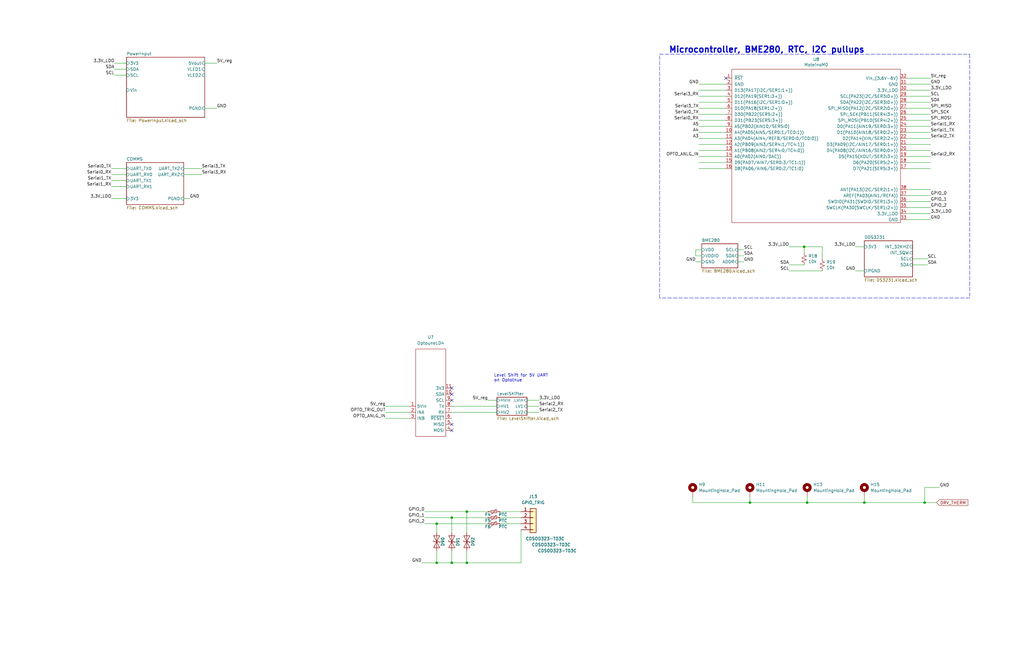
<source format=kicad_sch>
(kicad_sch (version 20211123) (generator eeschema)
  (paper "B")
  (title_block (title "BUM2 LED Controller") (date "2023-01-10") (rev "A"))
  (lib_symbols
    (symbol "Connector_Generic:Conn_01x04" (pin_names (offset 1.016) hide)
      (property "Reference" "J" (at 0 5.08 0))
      (property "Value" "Conn_01x04" (at 0 -7.62 0))
      (symbol "Conn_01x04_1_1"
        (rectangle (start -1.27 -4.953) (end 0 -5.207) (stroke (width 0.1524)))
        (rectangle (start -1.27 -2.413) (end 0 -2.667) (stroke (width 0.1524)))
        (rectangle (start -1.27 0.127) (end 0 -0.127) (stroke (width 0.1524)))
        (rectangle (start -1.27 2.667) (end 0 2.413) (stroke (width 0.1524)))
        (rectangle (start -1.27 3.81) (end 1.27 -6.35) (stroke (width 0.254)) (fill (type background)))
        (pin passive line (at -5.08 2.54 0) (length 3.81) (name "Pin_1") (number "1"))
        (pin passive line (at -5.08 0 0) (length 3.81) (name "Pin_2") (number "2"))
        (pin passive line (at -5.08 -2.54 0) (length 3.81) (name "Pin_3") (number "3"))
        (pin passive line (at -5.08 -5.08 0) (length 3.81) (name "Pin_4") (number "4"))
      )
    )
    (symbol "Device:R_Small_US" (pin_numbers hide) (pin_names (offset 0.254) hide)
      (property "Reference" "R" (at 0.762 0.508 0))
      (property "Value" "R_Small_US" (at 0.762 -1.016 0))
      (symbol "R_Small_US_1_1"
        (polyline (pts (xy 0 0) (xy 1.016 -0.381) (xy 0 -0.762) (xy -1.016 -1.143) (xy 0 -1.524)))
        (polyline (pts (xy 0 1.524) (xy 1.016 1.143) (xy 0 0.762) (xy -1.016 0.381) (xy 0 0)))
        (pin passive line (at 0 2.54 270) (length 1.016) (name "~") (number "1"))
        (pin passive line (at 0 -2.54 90) (length 1.016) (name "~") (number "2"))
      )
    )
    (symbol "Dual-Mag-Camera-Control-rescue:D_TVS-SPC-Control-rescue" (pin_numbers hide) (pin_names (offset 1.016) hide)
      (property "Reference" "D" (at 0 2.54 0))
      (property "Value" "D_TVS-SPC-Control-rescue" (at 0 -2.54 0))
      (symbol "D_TVS-SPC-Control-rescue_0_1"
        (polyline (pts (xy 1.27 0) (xy -1.27 0)))
        (polyline (pts (xy -2.54 -1.27) (xy 0 0) (xy -2.54 1.27) (xy -2.54 -1.27)) (stroke (width 0.2032)))
        (polyline (pts (xy 0.508 1.27) (xy 0 1.27) (xy 0 -1.27) (xy -0.508 -1.27)) (stroke (width 0.2032)))
        (polyline (pts (xy 2.54 1.27) (xy 2.54 -1.27) (xy 0 0) (xy 2.54 1.27)) (stroke (width 0.2032)))
      )
      (symbol "D_TVS-SPC-Control-rescue_1_1"
        (pin passive line (at -3.81 0 0) (length 2.54) (name "A1") (number "1"))
        (pin passive line (at 3.81 0 180) (length 2.54) (name "A2") (number "2"))
      )
    )
    (symbol "Dual-Mag-Camera-Control-rescue:MoteinoM0-ProjectDevices" (pin_names (offset 1.016))
      (property "Reference" "U" (at -15.24 26.67 0))
      (property "Value" "MoteinoM0-ProjectDevices" (at 49.53 26.67 0))
      (symbol "MoteinoM0-ProjectDevices_0_1"
        (rectangle (start -16.51 25.4) (end 54.61 -39.37))
      )
      (symbol "MoteinoM0-ProjectDevices_1_1"
        (pin bidirectional line (at -19.05 21.59 0) (length 2.54) (name "~{RST}") (number "1"))
        (pin bidirectional line (at -19.05 -1.27 0) (length 2.54) (name "A4(PA05(AIN5/SER0:1/TC0:1))") (number "10"))
        (pin bidirectional line (at -19.05 -3.81 0) (length 2.54) (name "A3(PA04(AIN4/REFB/SER0:0/TC0:0))") (number "11"))
        (pin bidirectional line (at -19.05 -6.35 0) (length 2.54) (name "A2(PB09(AIN3/SER4:1/TC4:1))") (number "12"))
        (pin bidirectional line (at -19.05 -8.89 0) (length 2.54) (name "A1(PB08(AIN2/SER4:0/TC4:0))") (number "13"))
        (pin bidirectional line (at -19.05 -11.43 0) (length 2.54) (name "A0(PA02(AIN0/DAC))") (number "14"))
        (pin bidirectional line (at -19.05 -13.97 0) (length 2.54) (name "D9(PA07/AIN7/SER0:3/TC1:1))") (number "15"))
        (pin bidirectional line (at -19.05 -16.51 0) (length 2.54) (name "D8(PA06/AIN6/SER0:2/TC1:0)") (number "16"))
        (pin bidirectional line (at 57.15 -16.51 180) (length 2.54) (name "D7(PA21(SER5:3+))") (number "17"))
        (pin bidirectional line (at 57.15 -13.97 180) (length 2.54) (name "D6(PA20(SER5:2+))") (number "18"))
        (pin bidirectional line (at 57.15 -11.43 180) (length 2.54) (name "D5(PA15(XOUT/SER2:3+))") (number "19"))
        (pin bidirectional line (at -19.05 19.05 0) (length 2.54) (name "GND") (number "2"))
        (pin bidirectional line (at 57.15 -8.89 180) (length 2.54) (name "D4(PA08(I2C/AIN16/SER0:0+))") (number "20"))
        (pin bidirectional line (at 57.15 -6.35 180) (length 2.54) (name "D3(PA09(I2C/AIN17/SER0:1+))") (number "21"))
        (pin bidirectional line (at 57.15 -3.81 180) (length 2.54) (name "D2(PA14(XIN/SER2:2+))") (number "22"))
        (pin bidirectional line (at 57.15 -1.27 180) (length 2.54) (name "D1(PA10(AIN18/SER0:2+))") (number "23"))
        (pin bidirectional line (at 57.15 1.27 180) (length 2.54) (name "D0(PA11(AIN19/SER0:3+))") (number "24"))
        (pin bidirectional line (at 57.15 3.81 180) (length 2.54) (name "SPI_MOSI(PB10(SER4:2+))") (number "25"))
        (pin bidirectional line (at 57.15 6.35 180) (length 2.54) (name "SPI_SCK(PB11(SER4:3+))") (number "26"))
        (pin bidirectional line (at 57.15 8.89 180) (length 2.54) (name "SPI_MISO(PA12(I2C/SER2:0+))") (number "27"))
        (pin bidirectional line (at 57.15 11.43 180) (length 2.54) (name "SDA(PA22(I2C/SER3:0+))") (number "28"))
        (pin bidirectional line (at 57.15 13.97 180) (length 2.54) (name "SCL(PA23(I2C/SER3:0+))") (number "29"))
        (pin bidirectional line (at -19.05 16.51 0) (length 2.54) (name "D13(PA17(I2C/SER1:1+))") (number "3"))
        (pin bidirectional line (at 57.15 16.51 180) (length 2.54) (name "3.3V_LDO") (number "30"))
        (pin bidirectional line (at 57.15 19.05 180) (length 2.54) (name "GND") (number "31"))
        (pin bidirectional line (at 57.15 21.59 180) (length 2.54) (name "Vin_(3.6V-6V)") (number "32"))
        (pin bidirectional line (at 57.15 -38.1 180) (length 2.54) (name "GND") (number "33"))
        (pin bidirectional line (at 57.15 -35.56 180) (length 2.54) (name "3.3V_LDO") (number "34"))
        (pin bidirectional line (at 57.15 -33.02 180) (length 2.54) (name "SWCLK(PA30(SWCLK/SER1:2+))") (number "35"))
        (pin bidirectional line (at 57.15 -30.48 180) (length 2.54) (name "SWDIO(PA31(SWDIO/SER1:3+))") (number "36"))
        (pin bidirectional line (at 57.15 -27.94 180) (length 2.54) (name "AREF(PA03(AIN1/REFA))") (number "37"))
        (pin bidirectional line (at 57.15 -25.4 180) (length 2.54) (name "ANT(PA13(I2C/SER2:1+))") (number "38"))
        (pin bidirectional line (at -19.05 13.97 0) (length 2.54) (name "D12(PA19(SER1:3+))") (number "4"))
        (pin bidirectional line (at -19.05 11.43 0) (length 2.54) (name "D11(PA16(I2C/SER1:0+))") (number "5"))
        (pin bidirectional line (at -19.05 8.89 0) (length 2.54) (name "D10(PA18(SER1:2+))") (number "6"))
        (pin bidirectional line (at -19.05 6.35 0) (length 2.54) (name "D30(PB22(SER5:2+))") (number "7"))
        (pin bidirectional line (at -19.05 3.81 0) (length 2.54) (name "D31(PB23(SER5:3+))") (number "8"))
        (pin bidirectional line (at -19.05 1.27 0) (length 2.54) (name "A5(PB02(AIN10/SER5:0)") (number "9"))
      )
    )
    (symbol "Dual-Mag-Camera-Control-rescue:Polyfuse_Small-SPC-Control-rescue" (pin_numbers hide) (pin_names (offset 0))
      (property "Reference" "F" (at -1.905 0 90))
      (property "Value" "Polyfuse_Small-SPC-Control-rescue" (at 1.905 0 90))
      (symbol "Polyfuse_Small-SPC-Control-rescue_0_1"
        (rectangle (start -0.508 1.27) (end 0.508 -1.27))
        (polyline (pts (xy 0 2.54) (xy 0 -2.54)))
        (polyline (pts (xy -1.016 1.27) (xy -1.016 0.762) (xy 1.016 -0.762) (xy 1.016 -1.27)))
      )
      (symbol "Polyfuse_Small-SPC-Control-rescue_1_1"
        (pin passive line (at 0 2.54 270) (length 0.635) (name "~") (number "1"))
        (pin passive line (at 0 -2.54 90) (length 0.635) (name "~") (number "2"))
      )
    )
    (symbol "Mechanical:MountingHole_Pad" (pin_numbers hide) (pin_names (offset 1.016) hide)
      (property "Reference" "H" (at 0 6.35 0))
      (property "Value" "MountingHole_Pad" (at 0 4.445 0))
      (symbol "MountingHole_Pad_0_1"
        (circle (center 0 1.27) (radius 1.27) (stroke (width 1.27)))
      )
      (symbol "MountingHole_Pad_1_1"
        (pin input line (at 0 -2.54 90) (length 2.54) (name "1") (number "1"))
      )
    )
    (symbol "ProjectDevices:OptouneLD4"
      (property "Reference" "U" (at 0 22.86 0))
      (property "Value" "OptouneLD4" (at 0 20.32 0))
      (symbol "OptouneLD4_0_1"
        (rectangle (start -6.35 19.05) (end 6.35 -17.78))
      )
      (symbol "OptouneLD4_1_1"
        (pin bidirectional line (at -8.89 -5.08 0) (length 2.54) (name "5VIn") (number "1"))
        (pin bidirectional line (at 8.89 0 180) (length 2.54) (name "SDA") (number "10"))
        (pin bidirectional line (at 8.89 2.54 180) (length 2.54) (name "3V3") (number "11"))
        (pin bidirectional line (at -8.89 -7.62 0) (length 2.54) (name "INA") (number "2"))
        (pin bidirectional line (at -8.89 -10.16 0) (length 2.54) (name "INB") (number "3"))
        (pin bidirectional line (at 8.89 -15.24 180) (length 2.54) (name "MOSI") (number "4"))
        (pin bidirectional line (at 8.89 -12.7 180) (length 2.54) (name "MISO") (number "5"))
        (pin bidirectional line (at 8.89 -10.16 180) (length 2.54) (name "~{RESET}") (number "6"))
        (pin bidirectional line (at 8.89 -7.62 180) (length 2.54) (name "RX") (number "7"))
        (pin bidirectional line (at 8.89 -5.08 180) (length 2.54) (name "TX") (number "8"))
        (pin bidirectional line (at 8.89 -2.54 180) (length 2.54) (name "SCL") (number "9"))
      )
    )
  )
  (junction (at 389.89 212.09))
  (junction (at 184.15 220.98))
  (junction (at 364.49 212.09))
  (junction (at 316.23 212.09))
  (junction (at 184.15 237.49))
  (junction (at 339.09 104.14))
  (junction (at 340.36 212.09))
  (junction (at 196.85 215.9))
  (junction (at 196.85 237.49))
  (junction (at 190.5 218.44))
  (junction (at 190.5 237.49))
  (no_connect (at 190.5 168.91))
  (no_connect (at 190.5 163.83))
  (no_connect (at 190.5 179.07))
  (no_connect (at 190.5 181.61))
  (no_connect (at 190.5 166.37))
  (no_connect (at 306.07 33.02))
  (wire (pts (xy 382.27 38.1) (xy 392.43 38.1)))
  (wire (pts (xy 184.15 220.98) (xy 184.15 224.79)))
  (wire (pts (xy 340.36 212.09) (xy 364.49 212.09)))
  (wire (pts (xy 294.64 45.72) (xy 306.07 45.72)))
  (wire (pts (xy 382.27 33.02) (xy 392.43 33.02)))
  (wire (pts (xy 340.36 209.55) (xy 340.36 212.09)))
  (wire (pts (xy 162.56 173.99) (xy 172.72 173.99)))
  (wire (pts (xy 294.64 48.26) (xy 306.07 48.26)))
  (wire (pts (xy 306.07 66.04) (xy 294.64 66.04)))
  (wire (pts (xy 210.82 215.9) (xy 219.71 215.9)))
  (wire (pts (xy 294.64 38.1) (xy 306.07 38.1)))
  (wire (pts (xy 293.37 105.41) (xy 295.91 105.41)))
  (wire (pts (xy 77.47 73.66) (xy 85.09 73.66)))
  (wire (pts (xy 396.24 205.74) (xy 389.89 205.74)))
  (wire (pts (xy 311.15 105.41) (xy 313.69 105.41)))
  (wire (pts (xy 382.27 43.18) (xy 392.43 43.18)))
  (wire (pts (xy 316.23 212.09) (xy 340.36 212.09)))
  (wire (pts (xy 222.25 168.91) (xy 227.33 168.91)))
  (wire (pts (xy 382.27 87.63) (xy 392.43 87.63)))
  (wire (pts (xy 222.25 171.45) (xy 227.33 171.45)))
  (wire (pts (xy 339.09 104.14) (xy 346.71 104.14)))
  (wire (pts (xy 210.82 220.98) (xy 219.71 220.98)))
  (wire (pts (xy 382.27 80.01) (xy 392.43 80.01)))
  (wire (pts (xy 86.36 26.67) (xy 91.44 26.67)))
  (wire (pts (xy 382.27 68.58) (xy 392.43 68.58)))
  (wire (pts (xy 190.5 171.45) (xy 209.55 171.45)))
  (wire (pts (xy 46.99 71.12) (xy 53.34 71.12)))
  (wire (pts (xy 382.27 58.42) (xy 392.43 58.42)))
  (wire (pts (xy 364.49 209.55) (xy 364.49 212.09)))
  (wire (pts (xy 306.07 60.96) (xy 294.64 60.96)))
  (wire (pts (xy 190.5 173.99) (xy 209.55 173.99)))
  (wire (pts (xy 177.8 237.49) (xy 184.15 237.49)))
  (wire (pts (xy 48.26 31.75) (xy 53.34 31.75)))
  (wire (pts (xy 219.71 223.52) (xy 219.71 237.49)))
  (wire (pts (xy 46.99 83.82) (xy 53.34 83.82)))
  (wire (pts (xy 196.85 237.49) (xy 190.5 237.49)))
  (wire (pts (xy 382.27 66.04) (xy 392.43 66.04)))
  (wire (pts (xy 332.74 114.3) (xy 346.71 114.3)))
  (wire (pts (xy 306.07 71.12) (xy 294.64 71.12)))
  (wire (pts (xy 392.43 55.88) (xy 382.27 55.88)))
  (wire (pts (xy 179.07 220.98) (xy 184.15 220.98)))
  (wire (pts (xy 306.07 50.8) (xy 294.64 50.8)))
  (wire (pts (xy 86.36 45.72) (xy 91.44 45.72)))
  (wire (pts (xy 382.27 40.64) (xy 392.43 40.64)))
  (wire (pts (xy 294.64 35.56) (xy 306.07 35.56)))
  (wire (pts (xy 190.5 218.44) (xy 190.5 224.79)))
  (wire (pts (xy 294.64 53.34) (xy 306.07 53.34)))
  (wire (pts (xy 196.85 215.9) (xy 205.74 215.9)))
  (wire (pts (xy 382.27 50.8) (xy 392.43 50.8)))
  (wire (pts (xy 316.23 209.55) (xy 316.23 212.09)))
  (wire (pts (xy 46.99 73.66) (xy 53.34 73.66)))
  (wire (pts (xy 339.09 106.68) (xy 339.09 104.14)))
  (wire (pts (xy 392.43 60.96) (xy 382.27 60.96)))
  (wire (pts (xy 384.81 111.76) (xy 391.16 111.76)))
  (wire (pts (xy 210.82 218.44) (xy 219.71 218.44)))
  (wire (pts (xy 294.64 58.42) (xy 306.07 58.42)))
  (wire (pts (xy 382.27 35.56) (xy 392.43 35.56)))
  (wire (pts (xy 196.85 232.41) (xy 196.85 237.49)))
  (wire (pts (xy 184.15 232.41) (xy 184.15 237.49)))
  (wire (pts (xy 382.27 63.5) (xy 392.43 63.5)))
  (wire (pts (xy 219.71 237.49) (xy 196.85 237.49)))
  (wire (pts (xy 384.81 109.22) (xy 391.16 109.22)))
  (wire (pts (xy 392.43 48.26) (xy 382.27 48.26)))
  (wire (pts (xy 332.74 111.76) (xy 339.09 111.76)))
  (polyline (pts (xy 408.94 22.86) (xy 408.94 125.73)))
  (wire (pts (xy 392.43 71.12) (xy 382.27 71.12)))
  (wire (pts (xy 389.89 205.74) (xy 389.89 212.09)))
  (wire (pts (xy 382.27 90.17) (xy 392.43 90.17)))
  (wire (pts (xy 360.68 114.3) (xy 364.49 114.3)))
  (wire (pts (xy 162.56 171.45) (xy 172.72 171.45)))
  (wire (pts (xy 77.47 71.12) (xy 85.09 71.12)))
  (wire (pts (xy 311.15 110.49) (xy 313.69 110.49)))
  (wire (pts (xy 46.99 78.74) (xy 53.34 78.74)))
  (wire (pts (xy 179.07 218.44) (xy 190.5 218.44)))
  (wire (pts (xy 190.5 232.41) (xy 190.5 237.49)))
  (wire (pts (xy 294.64 40.64) (xy 306.07 40.64)))
  (wire (pts (xy 346.71 104.14) (xy 346.71 109.22)))
  (wire (pts (xy 392.43 85.09) (xy 382.27 85.09)))
  (wire (pts (xy 222.25 173.99) (xy 227.33 173.99)))
  (wire (pts (xy 294.64 68.58) (xy 306.07 68.58)))
  (wire (pts (xy 190.5 218.44) (xy 205.74 218.44)))
  (wire (pts (xy 339.09 104.14) (xy 332.74 104.14)))
  (wire (pts (xy 292.1 212.09) (xy 316.23 212.09)))
  (wire (pts (xy 382.27 82.55) (xy 392.43 82.55)))
  (wire (pts (xy 313.69 107.95) (xy 311.15 107.95)))
  (wire (pts (xy 77.47 83.82) (xy 80.01 83.82)))
  (wire (pts (xy 293.37 110.49) (xy 295.91 110.49)))
  (polyline (pts (xy 408.94 125.73) (xy 278.13 125.73)))
  (wire (pts (xy 295.91 107.95) (xy 293.37 107.95)))
  (wire (pts (xy 293.37 107.95) (xy 293.37 105.41)))
  (wire (pts (xy 184.15 220.98) (xy 205.74 220.98)))
  (wire (pts (xy 46.99 76.2) (xy 53.34 76.2)))
  (wire (pts (xy 382.27 45.72) (xy 392.43 45.72)))
  (wire (pts (xy 294.64 63.5) (xy 306.07 63.5)))
  (wire (pts (xy 205.74 168.91) (xy 209.55 168.91)))
  (wire (pts (xy 360.68 104.14) (xy 364.49 104.14)))
  (wire (pts (xy 190.5 237.49) (xy 184.15 237.49)))
  (wire (pts (xy 48.26 26.67) (xy 53.34 26.67)))
  (wire (pts (xy 179.07 215.9) (xy 196.85 215.9)))
  (wire (pts (xy 48.26 29.21) (xy 53.34 29.21)))
  (wire (pts (xy 162.56 176.53) (xy 172.72 176.53)))
  (wire (pts (xy 364.49 212.09) (xy 389.89 212.09)))
  (polyline (pts (xy 278.13 125.73) (xy 278.13 22.86)))
  (wire (pts (xy 196.85 215.9) (xy 196.85 224.79)))
  (wire (pts (xy 382.27 92.71) (xy 392.43 92.71)))
  (wire (pts (xy 389.89 212.09) (xy 394.97 212.09)))
  (wire (pts (xy 306.07 43.18) (xy 294.64 43.18)))
  (wire (pts (xy 292.1 209.55) (xy 292.1 212.09)))
  (wire (pts (xy 306.07 55.88) (xy 294.64 55.88)))
  (wire (pts (xy 382.27 53.34) (xy 392.43 53.34)))
  (polyline (pts (xy 278.13 22.86) (xy 408.94 22.86)))
  (text "Microcontroller, BME280, RTC, I2C pullups\n\n" (at 281.94 26.67 0) (effects (font (size 2.54 2.54) (thickness 0.508) bold) (justify left bottom)))
  (text "Level Shift for 5V UART\non Optotnue " (at 208.28 161.29 0) (effects (font (size 1.27 1.27)) (justify left bottom)))
  (label "SPI_MOSI" (at 392.43 50.8 0))
  (label "SPI_SCK" (at 392.43 48.26 0))
  (label "GPIO_2" (at 179.07 220.98 180))
  (label "OPTO_ANLG_IN" (at 162.56 176.53 180))
  (label "Serial2_TX" (at 392.43 58.42 0))
  (label "SCL" (at 48.26 31.75 180))
  (label "GND" (at 293.37 110.49 180))
  (label "GND" (at 294.64 35.56 180))
  (label "Serial1_RX" (at 392.43 53.34 0))
  (label "SDA" (at 332.74 111.76 180))
  (label "SCL" (at 332.74 114.3 180))
  (label "GPIO_2" (at 392.43 87.63 0))
  (label "Serial3_RX" (at 294.64 40.64 180))
  (label "SCL" (at 391.16 109.22 0))
  (label "3.3V_LDO" (at 48.26 26.67 180))
  (label "5V_reg" (at 392.43 33.02 0))
  (label "GND" (at 392.43 35.56 0))
  (label "Serial3_RX" (at 85.09 73.66 0))
  (label "GND" (at 360.68 114.3 180))
  (label "Serial1_RX" (at 46.99 78.74 180))
  (label "OPTO_ANLG_IN" (at 294.64 66.04 180))
  (label "GND" (at 80.01 83.82 0))
  (label "OPTO_TRIG_OUT" (at 162.56 173.99 180))
  (label "3.3V_LDO" (at 392.43 90.17 0))
  (label "SDA" (at 391.16 111.76 0))
  (label "Serial2_RX" (at 227.33 171.45 0))
  (label "GPIO_0" (at 392.43 82.55 0))
  (label "SCL" (at 313.69 105.41 0))
  (label "Serial3_TX" (at 294.64 45.72 180))
  (label "SDA" (at 48.26 29.21 180))
  (label "A5" (at 294.64 53.34 180))
  (label "3.3V_LDO" (at 392.43 38.1 0))
  (label "GPIO_1" (at 392.43 85.09 0))
  (label "5V_reg" (at 91.44 26.67 0))
  (label "Serial1_TX" (at 392.43 55.88 0))
  (label "Serial1_TX" (at 46.99 76.2 180))
  (label "3.3V_LDO" (at 46.99 83.82 180))
  (label "GND" (at 91.44 45.72 0))
  (label "3.3V_LDO" (at 227.33 168.91 0))
  (label "Serial2_TX" (at 227.33 173.99 0))
  (label "GPIO_1" (at 179.07 218.44 180))
  (label "Serial0_TX" (at 294.64 48.26 180))
  (label "Serial2_RX" (at 392.43 66.04 0))
  (label "SPI_MISO" (at 392.43 45.72 0))
  (label "SDA" (at 392.43 43.18 0))
  (label "SCL" (at 392.43 40.64 0))
  (label "3.3V_LDO" (at 332.74 104.14 180))
  (label "Serial3_TX" (at 85.09 71.12 0))
  (label "3.3V_LDO" (at 360.68 104.14 180))
  (label "GPIO_0" (at 179.07 215.9 180))
  (label "Serial0_TX" (at 46.99 71.12 180))
  (label "GND" (at 396.24 205.74 0))
  (label "GND" (at 313.69 110.49 0))
  (label "GND" (at 177.8 237.49 180))
  (label "Serial0_RX" (at 46.99 73.66 180))
  (label "Serial0_RX" (at 294.64 50.8 180))
  (label "5V_reg" (at 162.56 171.45 180))
  (label "SDA" (at 313.69 107.95 0))
  (label "GND" (at 392.43 92.71 0))
  (label "A4" (at 294.64 55.88 180))
  (label "5V_reg" (at 205.74 168.91 180))
  (label "A3" (at 294.64 58.42 180))
  (global_label "DRV_THERM" (shape input) (at 394.97 212.09 0) (property "Intersheet References" "${INTERSHEET_REFS}" (effects hide)))
  (symbol (lib_id "Dual-Mag-Camera-Control-rescue:MoteinoM0-ProjectDevices") (at 325.12 54.61 0) (unit 1)
    (property "Reference" "U8" (at 344.17 25.019 0))
    (property "Value" "MoteinoM0" (at 344.17 27.3304 0))
    (property "Footprint" "ProjectFootprints:MoteinoM0" (effects hide))
    (property "Datasheet" "https://lowpowerlab.com/guide/moteino/moteinom0/" (effects hide))
    (property "Part Number" "MoteinoM0" (effects hide))
    (property "Supplier" "low power lab" (effects hide))
    (property "Link" "https://lowpowerlab.com/guide/moteino/moteinom0/" (effects hide))
  )
  (symbol (lib_id "Mechanical:MountingHole_Pad") (at 292.1 207.01 0) (unit 1)
    (property "Reference" "H9" (at 294.64 204.4699 0) (effects (justify left)))
    (property "Value" "MountingHole_Pad" (at 294.64 207.0099 0) (effects (justify left)))
    (property "Footprint" "MountingHole:MountingHole_3.2mm_M3_ISO14580_Pad" (effects hide))
  )
  (symbol (lib_id "Mechanical:MountingHole_Pad") (at 364.49 207.01 0) (unit 1)
    (property "Reference" "H15" (at 367.03 204.4699 0) (effects (justify left)))
    (property "Value" "MountingHole_Pad" (at 367.03 207.0099 0) (effects (justify left)))
    (property "Footprint" "MountingHole:MountingHole_3.2mm_M3_ISO14580_Pad" (effects hide))
  )
  (symbol (lib_id "Device:R_Small_US") (at 339.09 109.22 180) (unit 1)
    (property "Reference" "R18" (at 340.8172 108.0516 0) (effects (justify right)))
    (property "Value" "10k" (at 340.8172 110.363 0) (effects (justify right)))
    (property "Footprint" "Resistor_SMD:R_0603_1608Metric" (effects hide))
    (property "Datasheet" "https://www.te.com/commerce/DocumentDelivery/DDEController?Action=srchrtrv&DocNm=1773204&DocType=DS&DocLang=English" (effects hide))
    (property "Link" "https://www.digikey.com/en/products/detail/te-connectivity-passive-product/CRG0603F10K/2055639?s=N4IgTCBcDaIIIEYAMA2JAWAHAYQCoFoA5AERAF0BfIA" (effects hide))
    (property "Part Number" "A106048CT-ND" (effects hide))
    (property "Supplier" "Digikey" (effects hide))
  )
  (symbol (lib_id "Dual-Mag-Camera-Control-rescue:Polyfuse_Small-SPC-Control-rescue") (at 208.28 215.9 270) (unit 1)
    (property "Reference" "F4" (at 205.74 217.17 90))
    (property "Value" "PTC" (at 212.09 217.17 90))
    (property "Footprint" "Resistor_SMD:R_1210_3225Metric" (effects hide))
    (property "Datasheet" "https://en.tdk.eu/inf/55/db/PTC/PTC_OC_SMD_0402_0603_1210_24V_230V.pdf" (effects hide))
    (property "Part Number" "495-3878-1-ND" (effects hide))
    (property "Supplier" "Digikey" (effects hide))
    (property "Link" "Value" (effects hide))
  )
  (symbol (lib_id "Dual-Mag-Camera-Control-rescue:D_TVS-SPC-Control-rescue") (at 196.85 228.6 270) (unit 1)
    (property "Reference" "D92" (at 199.39 228.6 0))
    (property "Value" "CDSOD323-T03C" (at 229.87 227.33 90))
    (property "Footprint" "Diode_SMD:D_SOD-323" (effects hide))
    (property "Datasheet" "https://www.digikey.com/product-detail/en/bourns-inc/CDSOD323-T15C/CDSOD323-T15CCT-ND/3742034" (effects hide))
    (property "Part Number" "CDSOD323-T03CCT-ND" (effects hide))
    (property "Supplier" "Digikey" (effects hide))
    (property "Link" "https://www.digikey.com/en/products/detail/bourns-inc/CDSOD323-T03C/3742077" (effects hide))
  )
  (symbol (lib_id "Dual-Mag-Camera-Control-rescue:D_TVS-SPC-Control-rescue") (at 184.15 228.6 270) (unit 1)
    (property "Reference" "D90" (at 186.69 228.6 0))
    (property "Value" "CDSOD323-T03C" (at 234.95 232.41 90))
    (property "Footprint" "Diode_SMD:D_SOD-323" (effects hide))
    (property "Datasheet" "https://www.digikey.com/product-detail/en/bourns-inc/CDSOD323-T15C/CDSOD323-T15CCT-ND/3742034" (effects hide))
    (property "Part Number" "CDSOD323-T03CCT-ND" (effects hide))
    (property "Supplier" "Digikey" (effects hide))
    (property "Link" "https://www.digikey.com/en/products/detail/bourns-inc/CDSOD323-T03C/3742077" (effects hide))
  )
  (symbol (lib_id "Mechanical:MountingHole_Pad") (at 340.36 207.01 0) (unit 1)
    (property "Reference" "H13" (at 342.9 204.4699 0) (effects (justify left)))
    (property "Value" "MountingHole_Pad" (at 342.9 207.0099 0) (effects (justify left)))
    (property "Footprint" "MountingHole:MountingHole_3.2mm_M3_ISO14580_Pad" (effects hide))
  )
  (symbol (lib_id "Mechanical:MountingHole_Pad") (at 316.23 207.01 0) (unit 1)
    (property "Reference" "H11" (at 318.77 204.4699 0) (effects (justify left)))
    (property "Value" "MountingHole_Pad" (at 318.77 207.0099 0) (effects (justify left)))
    (property "Footprint" "MountingHole:MountingHole_3.2mm_M3_ISO14580_Pad" (effects hide))
  )
  (symbol (lib_id "Dual-Mag-Camera-Control-rescue:Polyfuse_Small-SPC-Control-rescue") (at 208.28 220.98 270) (unit 1)
    (property "Reference" "F6" (at 205.74 222.25 90))
    (property "Value" "PTC" (at 212.09 222.25 90))
    (property "Footprint" "Resistor_SMD:R_1210_3225Metric" (effects hide))
    (property "Datasheet" "https://en.tdk.eu/inf/55/db/PTC/PTC_OC_SMD_0402_0603_1210_24V_230V.pdf" (effects hide))
    (property "Part Number" "495-3878-1-ND" (effects hide))
    (property "Supplier" "Digikey" (effects hide))
    (property "Link" "Value" (effects hide))
  )
  (symbol (lib_id "Dual-Mag-Camera-Control-rescue:D_TVS-SPC-Control-rescue") (at 190.5 228.6 270) (unit 1)
    (property "Reference" "D91" (at 193.04 228.6 0))
    (property "Value" "CDSOD323-T03C" (at 232.41 229.87 90))
    (property "Footprint" "Diode_SMD:D_SOD-323" (effects hide))
    (property "Datasheet" "https://www.digikey.com/product-detail/en/bourns-inc/CDSOD323-T15C/CDSOD323-T15CCT-ND/3742034" (effects hide))
    (property "Part Number" "CDSOD323-T03CCT-ND" (effects hide))
    (property "Supplier" "Digikey" (effects hide))
    (property "Link" "https://www.digikey.com/en/products/detail/bourns-inc/CDSOD323-T03C/3742077" (effects hide))
  )
  (symbol (lib_id "Dual-Mag-Camera-Control-rescue:Polyfuse_Small-SPC-Control-rescue") (at 208.28 218.44 270) (unit 1)
    (property "Reference" "F5" (at 205.74 219.71 90))
    (property "Value" "PTC" (at 212.09 219.71 90))
    (property "Footprint" "Resistor_SMD:R_1210_3225Metric" (effects hide))
    (property "Datasheet" "https://en.tdk.eu/inf/55/db/PTC/PTC_OC_SMD_0402_0603_1210_24V_230V.pdf" (effects hide))
    (property "Part Number" "495-3878-1-ND" (effects hide))
    (property "Supplier" "Digikey" (effects hide))
    (property "Link" "Value" (effects hide))
  )
  (symbol (lib_id "Device:R_Small_US") (at 346.71 111.76 180) (unit 1)
    (property "Reference" "R19" (at 348.4372 110.5916 0) (effects (justify right)))
    (property "Value" "10k" (at 348.4372 112.903 0) (effects (justify right)))
    (property "Footprint" "Resistor_SMD:R_0603_1608Metric" (effects hide))
    (property "Datasheet" "https://www.te.com/commerce/DocumentDelivery/DDEController?Action=srchrtrv&DocNm=1773204&DocType=DS&DocLang=English" (effects hide))
    (property "Link" "https://www.digikey.com/en/products/detail/te-connectivity-passive-product/CRG0603F10K/2055639?s=N4IgTCBcDaIIIEYAMA2JAWAHAYQCoFoA5AERAF0BfIA" (effects hide))
    (property "Part Number" "A106048CT-ND" (effects hide))
    (property "Supplier" "Digikey" (effects hide))
  )
  (symbol (lib_id "Connector_Generic:Conn_01x04") (at 224.79 218.44 0) (unit 1)
    (property "Reference" "J13" (at 224.79 209.55 0))
    (property "Value" "GPIO_TRIG" (at 224.79 212.09 0))
    (property "Footprint" "ProjectFootprints:PTSM-04-SMD" (effects hide))
  )
  (symbol (lib_id "ProjectDevices:OptouneLD4") (at 181.61 166.37 0) (unit 1)
    (property "Reference" "U?" (at 181.61 142.24 0))
    (property "Value" "OptouneLD4" (at 181.61 144.78 0))
  )
  (sheet (at 53.34 24.13) (size 33.02 25.4) (stroke (width 0.1524))
    (property "Sheet name" "PowerInput" (at 53.34 23.4184 0) (effects (justify left bottom)))
    (property "Sheet file" "PowerInput.kicad_sch" (at 53.34 50.1146 0) (effects (justify left top)))
    (pin "SDA" input (at 53.34 29.21 180))
    (pin "SCL" input (at 53.34 31.75 180))
    (pin "3V3" input (at 53.34 26.67 180))
    (pin "Vin" input (at 53.34 38.1 180))
    (pin "PGND" input (at 86.36 45.72 0))
    (pin "VLED2" input (at 86.36 31.75 0))
    (pin "5Vout" input (at 86.36 26.67 0))
    (pin "VLED1" input (at 86.36 29.21 0))
  )
  (sheet (at 364.49 101.6) (size 20.32 15.24) (stroke (width 0.1524))
    (property "Sheet name" "DDS3231" (at 364.49 100.8884 0) (effects (justify left bottom)))
    (property "Sheet file" "DS3231.kicad_sch" (at 364.49 117.4246 0) (effects (justify left top)))
    (pin "3V3" input (at 364.49 104.14 180))
    (pin "INT_32KHZ" input (at 384.81 104.14 0))
    (pin "INT_SQW" input (at 384.81 106.68 0))
    (pin "PGND" input (at 364.49 114.3 180))
    (pin "SCL" input (at 384.81 109.22 0))
    (pin "SDA" input (at 384.81 111.76 0))
  )
  (sheet (at 209.55 167.64) (size 12.7 7.62) (stroke (width 0.1524))
    (property "Sheet name" "LevelShifter" (at 209.55 166.9284 0) (effects (justify left bottom)))
    (property "Sheet file" "LevelShifter.kicad_sch" (at 209.55 175.8446 0) (effects (justify left top)))
    (pin "LV1" input (at 222.25 171.45 0))
    (pin "LVIn" input (at 222.25 168.91 0))
    (pin "HVIn" input (at 209.55 168.91 180))
    (pin "LV2" input (at 222.25 173.99 0))
    (pin "HV1" input (at 209.55 171.45 180))
    (pin "HV2" input (at 209.55 173.99 180))
  )
  (sheet (at 53.34 68.58) (size 24.13 17.78)
    (property "Sheet name" "COMMS" (at 53.34 67.8684 0) (effects (justify left bottom)))
    (property "Sheet file" "COMMS.kicad_sch" (at 53.34 86.9446 0) (effects (justify left top)))
    (pin "UART_TX0" input (at 53.34 71.12 180))
    (pin "UART_RX0" input (at 53.34 73.66 180))
    (pin "PGND" input (at 77.47 83.82 0))
    (pin "3V3" input (at 53.34 83.82 180))
    (pin "UART_TX1" input (at 53.34 76.2 180))
    (pin "UART_RX1" input (at 53.34 78.74 180))
    (pin "UART_TX2" input (at 77.47 71.12 0))
    (pin "UART_RX2" input (at 77.47 73.66 0))
  )
  (sheet (at 295.91 102.87) (size 15.24 10.16)
    (property "Sheet name" "BME280" (at 295.91 102.1584 0) (effects (justify left bottom)))
    (property "Sheet file" "BME280.kicad_sch" (at 295.91 113.6146 0) (effects (justify left top)))
    (pin "VDD" input (at 295.91 105.41 180))
    (pin "GND" input (at 295.91 110.49 180))
    (pin "VDDIO" input (at 295.91 107.95 180))
    (pin "SCL" input (at 311.15 105.41 0))
    (pin "SDA" input (at 311.15 107.95 0))
    (pin "ADDR" input (at 311.15 110.49 0))
  )
)
</source>
